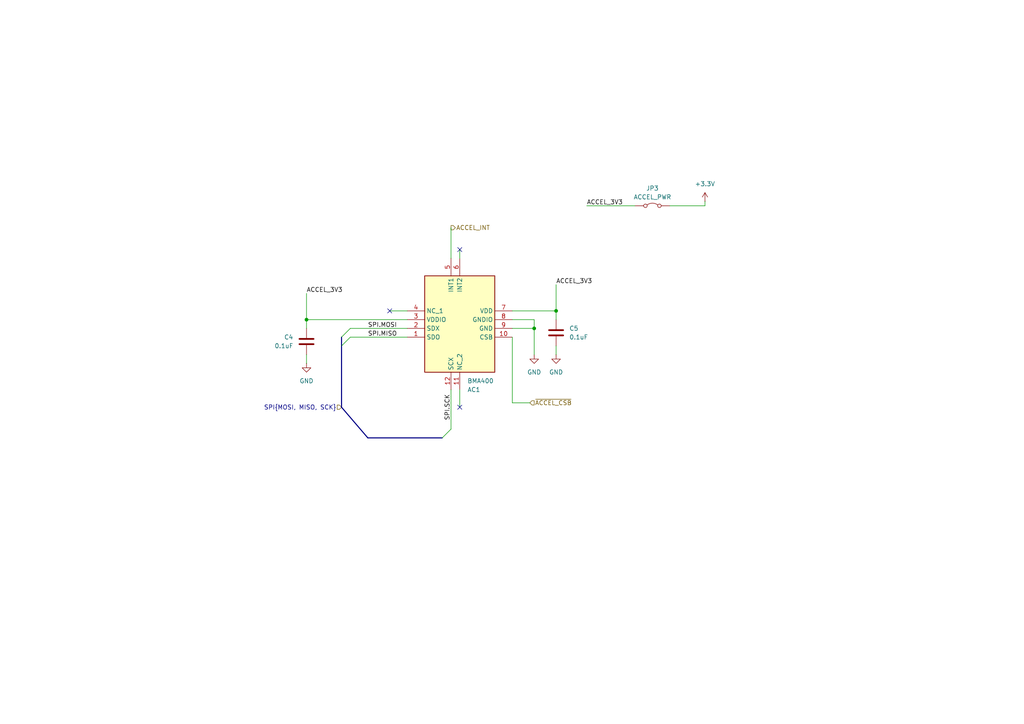
<source format=kicad_sch>
(kicad_sch (version 20250114) (generator "eeschema") (generator_version "9.0")
  (paper "A4")
  (lib_symbols
    (symbol "Device:C" (pin_numbers (hide yes)) (pin_names (offset 0.254))
      (property "Reference" "C" (at 0.635 2.54 0))
      (property "Value" "C" (at 0.635 -2.54 0))
      (symbol "C_0_1"
        (polyline (pts (xy -2.032 0.762) (xy 2.032 0.762)) (stroke (width 0.508)))
        (polyline (pts (xy -2.032 -0.762) (xy 2.032 -0.762)) (stroke (width 0.508)))
      )
      (symbol "C_1_1"
        (pin passive line (at 0 3.81 270) (length 2.794) (name "~") (number "1"))
        (pin passive line (at 0 -3.81 90) (length 2.794) (name "~") (number "2"))
      )
    )
    (symbol "Jumper:Jumper_2_Bridged" (pin_numbers (hide yes)) (pin_names (offset 0) (hide yes)) (exclude_from_sim yes)
      (property "Reference" "JP" (at 0 1.905 0))
      (property "Value" "Jumper_2_Bridged" (at 0 -2.54 0))
      (symbol "Jumper_2_Bridged_0_0"
        (circle (center -2.032 0) (radius 0.508))
        (circle (center 2.032 0) (radius 0.508))
      )
      (symbol "Jumper_2_Bridged_0_1"
        (arc (start -1.524 0.254) (mid 0 0.762) (end 1.524 0.254))
      )
      (symbol "Jumper_2_Bridged_1_1"
        (pin passive line (at -5.08 0 0) (length 2.54) (name "A") (number "1"))
        (pin passive line (at 5.08 0 180) (length 2.54) (name "B") (number "2"))
      )
    )
    (symbol "SamacSys_Parts:BMA400"
      (property "Reference" "AC" (at 26.67 15.24 0))
      (property "Value" "BMA400" (at 26.67 12.7 0))
      (symbol "BMA400_1_1"
        (rectangle (start 5.08 10.16) (end 25.4 -17.78) (stroke (width 0.254)) (fill (type background)))
        (pin passive line (at 0 0 0) (length 5.08) (name "SDO") (number "1"))
        (pin passive line (at 0 -2.54 0) (length 5.08) (name "SDX") (number "2"))
        (pin passive line (at 0 -5.08 0) (length 5.08) (name "VDDIO") (number "3"))
        (pin passive line (at 0 -7.62 0) (length 5.08) (name "NC_1") (number "4"))
        (pin passive line (at 12.7 15.24 270) (length 5.08) (name "SCX") (number "12"))
        (pin passive line (at 12.7 -22.86 90) (length 5.08) (name "INT1") (number "5"))
        (pin passive line (at 15.24 15.24 270) (length 5.08) (name "NC_2") (number "11"))
        (pin passive line (at 15.24 -22.86 90) (length 5.08) (name "INT2") (number "6"))
        (pin passive line (at 30.48 0 180) (length 5.08) (name "CSB") (number "10"))
        (pin passive line (at 30.48 -2.54 180) (length 5.08) (name "GND") (number "9"))
        (pin passive line (at 30.48 -5.08 180) (length 5.08) (name "GNDIO") (number "8"))
        (pin passive line (at 30.48 -7.62 180) (length 5.08) (name "VDD") (number "7"))
      )
    )
    (symbol "power:+3.3V" (power) (pin_numbers (hide yes)) (pin_names (offset 0) (hide yes))
      (property "Value" "+3.3V" (at 0 3.556 0))
      (symbol "+3.3V_0_1"
        (polyline (pts (xy -0.762 1.27) (xy 0 2.54)))
        (polyline (pts (xy 0 2.54) (xy 0.762 1.27)))
        (polyline (pts (xy 0 0) (xy 0 2.54)))
      )
      (symbol "+3.3V_1_1"
        (pin power_in line (at 0 0 90) (length 0) (name "~") (number "1"))
      )
    )
    (symbol "power:GND" (power) (pin_numbers (hide yes)) (pin_names (offset 0) (hide yes))
      (property "Value" "GND" (at 0 -3.81 0))
      (symbol "GND_0_1"
        (polyline (pts (xy 0 0) (xy 0 -1.27) (xy 1.27 -1.27) (xy 0 -2.54) (xy -1.27 -1.27) (xy 0 -1.27)))
      )
      (symbol "GND_1_1"
        (pin power_in line (at 0 0 270) (length 0) (name "~") (number "1"))
      )
    )
  )
  (junction (at 88.9 92.71))
  (junction (at 161.29 90.17))
  (junction (at 154.94 95.25))
  (no_connect (at 133.35 72.39))
  (no_connect (at 133.35 118.11))
  (no_connect (at 113.03 90.17))
  (bus_entry (at 99.06 97.79) (size 2.54 -2.54))
  (bus_entry (at 99.06 100.33) (size 2.54 -2.54))
  (bus_entry (at 128.27 127) (size 2.54 -2.54))
  (wire (pts (xy 184.15 59.69) (xy 170.18 59.69)))
  (wire (pts (xy 161.29 100.33) (xy 161.29 102.87)))
  (wire (pts (xy 101.6 97.79) (xy 118.11 97.79)))
  (wire (pts (xy 148.59 116.84) (xy 153.67 116.84)))
  (bus (pts (xy 106.68 127) (xy 128.27 127)))
  (wire (pts (xy 88.9 92.71) (xy 88.9 95.25)))
  (wire (pts (xy 113.03 90.17) (xy 118.11 90.17)))
  (wire (pts (xy 133.35 113.03) (xy 133.35 118.11)))
  (bus (pts (xy 99.06 97.79) (xy 99.06 100.33)))
  (wire (pts (xy 130.81 113.03) (xy 130.81 124.46)))
  (wire (pts (xy 88.9 102.87) (xy 88.9 105.41)))
  (bus (pts (xy 99.06 100.33) (xy 99.06 118.11)))
  (wire (pts (xy 133.35 72.39) (xy 133.35 74.93)))
  (wire (pts (xy 88.9 92.71) (xy 118.11 92.71)))
  (wire (pts (xy 148.59 95.25) (xy 154.94 95.25)))
  (wire (pts (xy 101.6 95.25) (xy 118.11 95.25)))
  (wire (pts (xy 88.9 85.09) (xy 88.9 92.71)))
  (wire (pts (xy 148.59 90.17) (xy 161.29 90.17)))
  (wire (pts (xy 154.94 95.25) (xy 154.94 102.87)))
  (wire (pts (xy 148.59 92.71) (xy 154.94 92.71)))
  (wire (pts (xy 161.29 90.17) (xy 161.29 92.71)))
  (wire (pts (xy 194.31 59.69) (xy 204.47 59.69)))
  (wire (pts (xy 154.94 92.71) (xy 154.94 95.25)))
  (wire (pts (xy 204.47 59.69) (xy 204.47 58.42)))
  (wire (pts (xy 161.29 82.55) (xy 161.29 90.17)))
  (wire (pts (xy 148.59 97.79) (xy 148.59 116.84)))
  (bus (pts (xy 99.06 118.11) (xy 106.68 127)))
  (wire (pts (xy 130.81 66.04) (xy 130.81 74.93)))
  (label "ACCEL_3V3" (at 161.29 82.55 0))
  (label "SPI.SCK" (at 130.81 121.92 90))
  (label "SPI.MOSI" (at 106.68 95.25 0))
  (label "ACCEL_3V3" (at 170.18 59.69 0))
  (label "SPI.MISO" (at 106.68 97.79 0))
  (label "ACCEL_3V3" (at 88.9 85.09 0))
  (hierarchical_label "SPI{MOSI, MISO, SCK}" (shape input) (at 99.06 118.11 180))
  (hierarchical_label "ACCEL_INT" (shape output) (at 130.81 66.04 0))
  (hierarchical_label "~{ACCEL_CSB}" (shape input) (at 153.67 116.84 0))
  (symbol (lib_id "Jumper:Jumper_2_Bridged") (at 189.23 59.69 0) (unit 1) (exclude_from_sim yes)
    (property "Reference" "JP3" (at 189.23 54.61 0))
    (property "Value" "ACCEL_PWR" (at 189.23 57.15 0))
    (property "Description" "Jumper, 2-pole, closed/bridged" (effects (hide yes)))
  )
  (symbol (lib_id "Device:C") (at 161.29 96.52 0) (mirror y) (unit 1)
    (property "Reference" "C5" (at 165.1 95.2499 0) (effects (justify right)))
    (property "Value" "0.1uF" (at 165.1 97.7899 0) (effects (justify right)))
    (property "Footprint" "Capacitor_SMD:C_0402_1005Metric" (effects (hide yes)))
    (property "Description" "Unpolarized capacitor" (effects (hide yes)))
  )
  (symbol (lib_id "power:+3.3V") (at 204.47 58.42 0) (unit 1)
    (property "Reference" "#PWR018" (effects (hide yes)))
    (property "Value" "+3.3V" (at 204.47 53.34 0))
    (property "Description" "Power symbol creates a global label with name \"+3.3V\"" (effects (hide yes)))
  )
  (symbol (lib_id "power:GND") (at 154.94 102.87 0) (unit 1)
    (property "Reference" "#PWR015" (effects (hide yes)))
    (property "Value" "GND" (at 154.94 107.95 0))
    (property "Description" "Power symbol creates a global label with name \"GND\" , ground" (effects (hide yes)))
  )
  (symbol (lib_id "Device:C") (at 88.9 99.06 0) (unit 1)
    (property "Reference" "C4" (at 85.09 97.7899 0) (effects (justify right)))
    (property "Value" "0.1uF" (at 85.09 100.3299 0) (effects (justify right)))
    (property "Footprint" "Capacitor_SMD:C_0402_1005Metric" (effects (hide yes)))
    (property "Description" "Unpolarized capacitor" (effects (hide yes)))
  )
  (symbol (lib_id "power:GND") (at 88.9 105.41 0) (unit 1)
    (property "Reference" "#PWR016" (effects (hide yes)))
    (property "Value" "GND" (at 88.9 110.49 0))
    (property "Description" "Power symbol creates a global label with name \"GND\" , ground" (effects (hide yes)))
  )
  (symbol (lib_id "SamacSys_Parts:BMA400") (at 118.11 97.79 0) (mirror x) (unit 1)
    (property "Reference" "AC1" (at 135.5441 113.03 0) (effects (justify left)))
    (property "Value" "BMA400" (at 135.5441 110.49 0) (effects (justify left)))
    (property "Footprint" "SamacSys_Parts:BOSCH_LGA-12" (effects (hide yes)))
    (property "Datasheet" "https://datasheet.datasheetarchive.com/originals/distributors/Datasheets_SAMA/fa80b3d87963a3ff599e323b9a26d827.pdf" (effects (hide yes)))
    (property "Description" "Ultra-low power triaxial accelerometer" (effects (hide yes)))
    (property "Mouser Part Number" "262-BMA400" (effects (hide yes)))
    (property "Mouser Price/Stock" "https://www.mouser.co.uk/ProductDetail/Bosch-Sensortec/BMA400?qs=f9yNj16SXrKBoguHUc32eQ%3D%3D" (effects (hide yes)))
    (property "Manufacturer_Name" "BOSCH" (effects (hide yes)))
    (property "Manufacturer_Part_Number" "BMA400" (effects (hide yes)))
  )
  (symbol (lib_id "power:GND") (at 161.29 102.87 0) (mirror y) (unit 1)
    (property "Reference" "#PWR017" (effects (hide yes)))
    (property "Value" "GND" (at 161.29 107.95 0))
    (property "Description" "Power symbol creates a global label with name \"GND\" , ground" (effects (hide yes)))
  )
)
</source>
